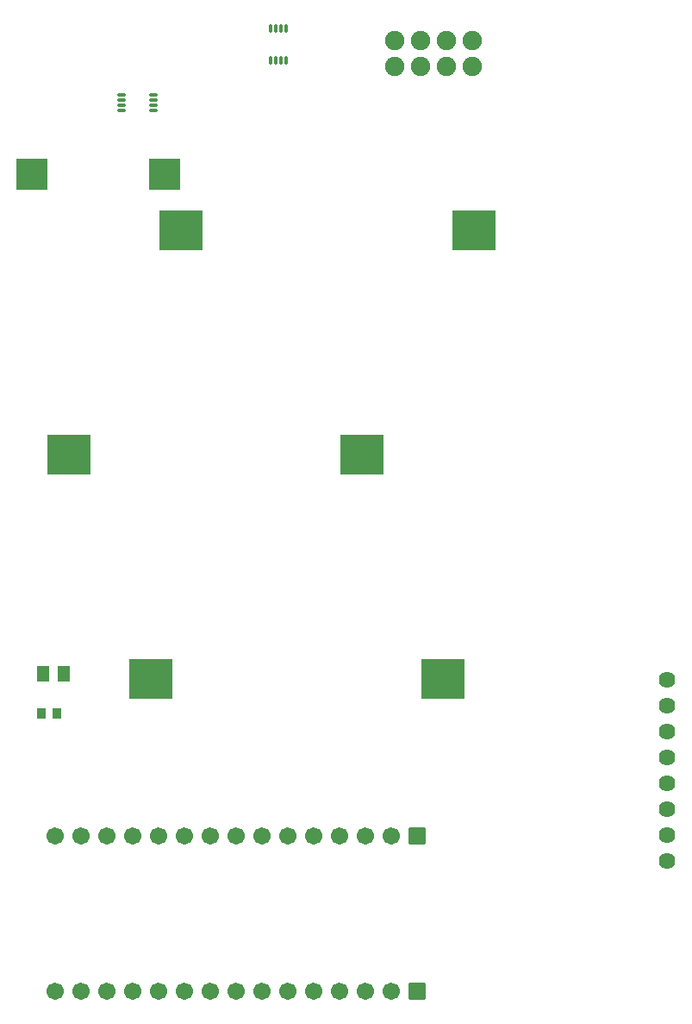
<source format=gbs>
G04 Layer: BottomSolderMaskLayer*
G04 EasyEDA v6.5.42, 2024-05-28 01:04:16*
G04 864da046108442dba22ddf06c26b1ed7,510c7b70758e4c7f89447156c1b3190b,10*
G04 Gerber Generator version 0.2*
G04 Scale: 100 percent, Rotated: No, Reflected: No *
G04 Dimensions in millimeters *
G04 leading zeros omitted , absolute positions ,4 integer and 5 decimal *
%FSLAX45Y45*%
%MOMM*%

%AMMACRO1*1,1,$1,$2,$3*1,1,$1,$4,$5*1,1,$1,0-$2,0-$3*1,1,$1,0-$4,0-$5*20,1,$1,$2,$3,$4,$5,0*20,1,$1,$4,$5,0-$2,0-$3,0*20,1,$1,0-$2,0-$3,0-$4,0-$5,0*20,1,$1,0-$4,0-$5,$2,$3,0*4,1,4,$2,$3,$4,$5,0-$2,0-$3,0-$4,0-$5,$2,$3,0*%
%ADD10MACRO1,0.1016X2.1X1.9X-2.1X1.9*%
%ADD11MACRO1,0.1016X1.5X-1.5X1.5X1.5*%
%ADD12MACRO1,0.1016X0.5663X-0.6885X0.5663X0.6885*%
%ADD13MACRO1,0.1016X-0.5663X-0.6885X-0.5663X0.6885*%
%ADD14O,0.8516112000000001X0.35161220000000004*%
%ADD15O,0.35161220000000004X0.8516112000000001*%
%ADD16MACRO1,0.1016X0.4032X-0.432X0.4032X0.432*%
%ADD17MACRO1,0.1016X-0.4032X-0.432X-0.4032X0.432*%
%ADD18C,1.6240*%
%ADD19MACRO1,0.1016X-0.8X0.8X0.8X0.8*%
%ADD20C,1.7016*%
%ADD21C,1.9016*%

%LPD*%
D10*
G01*
X1661490Y7699984D03*
G01*
X4538497Y7699984D03*
G01*
X561492Y5499989D03*
G01*
X3438499Y5499989D03*
G01*
X1361490Y3299993D03*
G01*
X4238497Y3299993D03*
D11*
G01*
X1500009Y8255000D03*
G01*
X199986Y8255000D03*
D12*
G01*
X306395Y3352800D03*
D13*
G01*
X506404Y3352800D03*
D14*
G01*
X1076934Y9028506D03*
G01*
X1076934Y8978493D03*
G01*
X1076934Y8928506D03*
G01*
X1076934Y8878493D03*
G01*
X1386916Y8878493D03*
G01*
X1386916Y8928506D03*
G01*
X1386916Y8978493D03*
G01*
X1386916Y9028506D03*
D15*
G01*
X2691206Y9679965D03*
G01*
X2641193Y9679965D03*
G01*
X2591206Y9679965D03*
G01*
X2541193Y9679965D03*
G01*
X2541193Y9369983D03*
G01*
X2591206Y9369983D03*
G01*
X2641193Y9369983D03*
G01*
X2691206Y9369983D03*
D16*
G01*
X293472Y2959100D03*
D17*
G01*
X444122Y2959100D03*
D18*
G01*
X6438900Y3289300D03*
G01*
X6438900Y3035300D03*
G01*
X6438900Y2781300D03*
G01*
X6438900Y2527300D03*
G01*
X6438900Y2273300D03*
G01*
X6438900Y2019300D03*
G01*
X6438900Y1765300D03*
G01*
X6438900Y1511300D03*
D19*
G01*
X3977995Y1761998D03*
D20*
G01*
X3723995Y237997D03*
G01*
X3215944Y237947D03*
G01*
X2707944Y237947D03*
G01*
X2199944Y237947D03*
G01*
X1691944Y237947D03*
G01*
X1183944Y237947D03*
G01*
X675944Y237947D03*
G01*
X421995Y1761997D03*
G01*
X930046Y1761947D03*
G01*
X1438046Y1761947D03*
G01*
X1946046Y1761947D03*
G01*
X2454046Y1761947D03*
G01*
X2962046Y1761947D03*
G01*
X3470046Y1761947D03*
G01*
X3723995Y1761997D03*
G01*
X3215995Y1761997D03*
G01*
X2707995Y1761997D03*
G01*
X2199995Y1761997D03*
G01*
X1691995Y1761997D03*
G01*
X1183995Y1761997D03*
G01*
X675995Y1761997D03*
G01*
X421995Y237997D03*
G01*
X929995Y237997D03*
G01*
X1437995Y237997D03*
G01*
X1945995Y237997D03*
G01*
X2453995Y237997D03*
G01*
X2961995Y237997D03*
G01*
X3469995Y237997D03*
D19*
G01*
X3977995Y237998D03*
D21*
G01*
X3759200Y9563100D03*
G01*
X4013200Y9563100D03*
G01*
X4267200Y9563100D03*
G01*
X4521200Y9563100D03*
G01*
X4521200Y9309100D03*
G01*
X4267200Y9309100D03*
G01*
X4013200Y9309100D03*
G01*
X3759200Y9309100D03*
M02*

</source>
